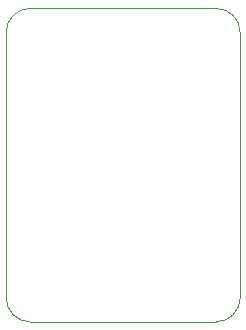
<source format=gbr>
%TF.GenerationSoftware,KiCad,Pcbnew,(5.1.7)-1*%
%TF.CreationDate,2021-02-24T18:36:54+01:00*%
%TF.ProjectId,Temperature-controller-with-ESP8266,54656d70-6572-4617-9475-72652d636f6e,rev?*%
%TF.SameCoordinates,Original*%
%TF.FileFunction,Profile,NP*%
%FSLAX46Y46*%
G04 Gerber Fmt 4.6, Leading zero omitted, Abs format (unit mm)*
G04 Created by KiCad (PCBNEW (5.1.7)-1) date 2021-02-24 18:36:54*
%MOMM*%
%LPD*%
G01*
G04 APERTURE LIST*
%TA.AperFunction,Profile*%
%ADD10C,0.050000*%
%TD*%
G04 APERTURE END LIST*
D10*
X139446000Y-97409000D02*
X141732000Y-97409000D01*
X123952000Y-72898000D02*
X123952000Y-74041000D01*
X123952000Y-74041000D02*
X123952000Y-95377000D01*
X141732000Y-70866000D02*
X125984000Y-70866000D01*
X125984000Y-70866000D02*
G75*
G03*
X123952000Y-72898000I0J-2032000D01*
G01*
X143764000Y-72898000D02*
G75*
G03*
X141732000Y-70866000I-2032000J0D01*
G01*
X143764000Y-95377000D02*
X143764000Y-72898000D01*
X139446000Y-97409000D02*
X125984000Y-97409000D01*
X123952000Y-95377000D02*
G75*
G03*
X125984000Y-97409000I2032000J0D01*
G01*
X141732000Y-97409000D02*
G75*
G03*
X143764000Y-95377000I0J2032000D01*
G01*
M02*

</source>
